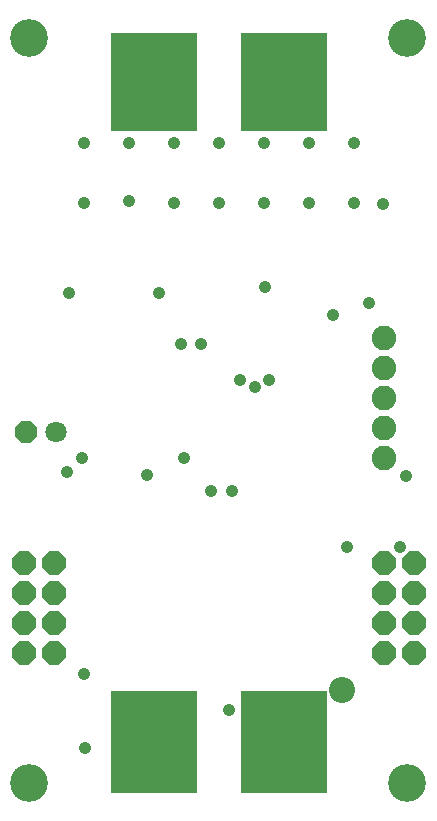
<source format=gbr>
G04 EAGLE Gerber RS-274X export*
G75*
%MOMM*%
%FSLAX34Y34*%
%LPD*%
%INSoldermask Bottom*%
%IPPOS*%
%AMOC8*
5,1,8,0,0,1.08239X$1,22.5*%
G01*
%ADD10C,3.203200*%
%ADD11P,2.199416X8X292.500000*%
%ADD12P,2.199416X8X112.500000*%
%ADD13R,7.303200X8.653200*%
%ADD14C,2.203200*%
%ADD15R,7.239000X8.255000*%
%ADD16P,1.951982X8X202.500000*%
%ADD17C,1.803400*%
%ADD18C,2.082800*%
%ADD19C,1.061200*%


D10*
X30000Y660000D03*
X350000Y660000D03*
X30000Y30000D03*
X350000Y30000D03*
D11*
X25400Y215900D03*
X50800Y215900D03*
X25400Y190500D03*
X50800Y190500D03*
X25400Y165100D03*
X50800Y165100D03*
X25400Y139700D03*
X50800Y139700D03*
D12*
X355600Y139700D03*
X330200Y139700D03*
X355600Y165100D03*
X330200Y165100D03*
X355600Y190500D03*
X330200Y190500D03*
X355600Y215900D03*
X330200Y215900D03*
D13*
X245500Y64150D03*
X135500Y64150D03*
D14*
X295000Y108400D03*
D15*
X245745Y622935D03*
X135255Y622935D03*
D16*
X26924Y326674D03*
D17*
X52324Y326674D03*
D18*
X330200Y406400D03*
X330200Y381000D03*
X330200Y355600D03*
X330200Y330200D03*
X330200Y304800D03*
D19*
X161290Y304800D03*
X74900Y304800D03*
X201270Y277220D03*
X130000Y290000D03*
X77300Y59200D03*
X343490Y229520D03*
X199390Y91440D03*
X139700Y444500D03*
X299260Y229250D03*
X63500Y444500D03*
X61760Y292540D03*
X158674Y400983D03*
X317500Y435610D03*
X329565Y520065D03*
X304800Y520700D03*
X266700Y520700D03*
X228600Y520700D03*
X190500Y520700D03*
X152400Y520700D03*
X114300Y521970D03*
X76200Y520700D03*
X232636Y371100D03*
X208280Y370840D03*
X220980Y364490D03*
X76200Y571500D03*
X114300Y571500D03*
X152400Y571500D03*
X190500Y571500D03*
X228600Y571500D03*
X266700Y571500D03*
X304800Y571500D03*
X287020Y425450D03*
X229870Y449580D03*
X175260Y401320D03*
X349250Y289560D03*
X184150Y276860D03*
X76200Y121920D03*
M02*

</source>
